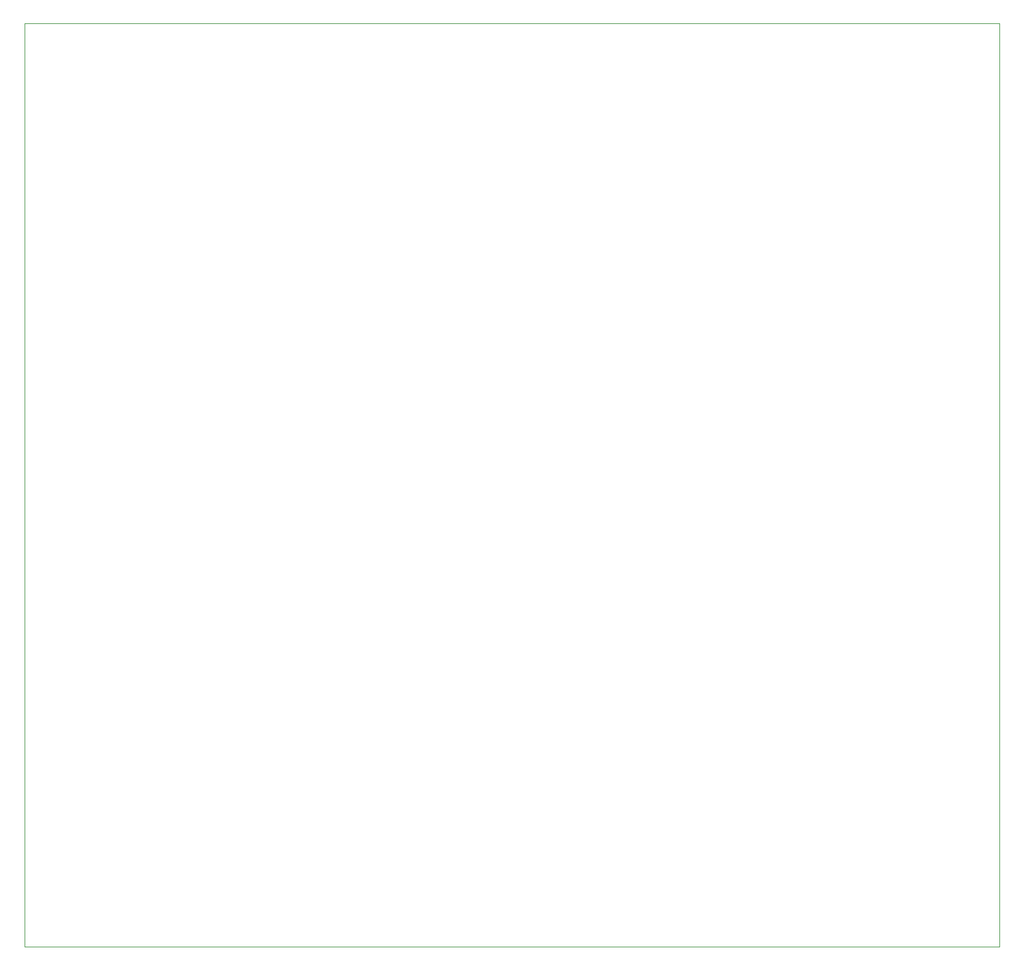
<source format=gbr>
%TF.GenerationSoftware,KiCad,Pcbnew,7.0.1-0*%
%TF.CreationDate,2023-04-17T18:56:11+01:00*%
%TF.ProjectId,cyborg65r2_pcb,6379626f-7267-4363-9572-325f7063622e,rev?*%
%TF.SameCoordinates,Original*%
%TF.FileFunction,Profile,NP*%
%FSLAX46Y46*%
G04 Gerber Fmt 4.6, Leading zero omitted, Abs format (unit mm)*
G04 Created by KiCad (PCBNEW 7.0.1-0) date 2023-04-17 18:56:11*
%MOMM*%
%LPD*%
G01*
G04 APERTURE LIST*
%TA.AperFunction,Profile*%
%ADD10C,0.100000*%
%TD*%
G04 APERTURE END LIST*
D10*
X99100000Y-31000000D02*
X230000000Y-31000000D01*
X230000000Y-155000000D01*
X99100000Y-155000000D01*
X99100000Y-31000000D01*
M02*

</source>
